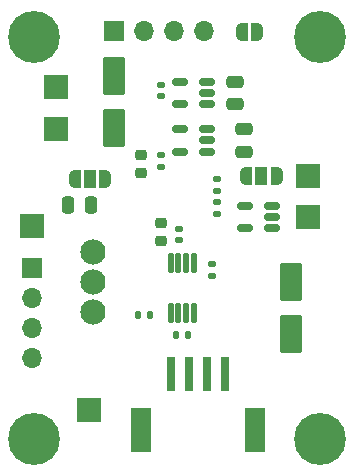
<source format=gbr>
%TF.GenerationSoftware,KiCad,Pcbnew,8.0.7*%
%TF.CreationDate,2025-03-30T15:33:26+02:00*%
%TF.ProjectId,StrainGauge,53747261-696e-4476-9175-67652e6b6963,rev?*%
%TF.SameCoordinates,Original*%
%TF.FileFunction,Soldermask,Top*%
%TF.FilePolarity,Negative*%
%FSLAX46Y46*%
G04 Gerber Fmt 4.6, Leading zero omitted, Abs format (unit mm)*
G04 Created by KiCad (PCBNEW 8.0.7) date 2025-03-30 15:33:26*
%MOMM*%
%LPD*%
G01*
G04 APERTURE LIST*
G04 Aperture macros list*
%AMRoundRect*
0 Rectangle with rounded corners*
0 $1 Rounding radius*
0 $2 $3 $4 $5 $6 $7 $8 $9 X,Y pos of 4 corners*
0 Add a 4 corners polygon primitive as box body*
4,1,4,$2,$3,$4,$5,$6,$7,$8,$9,$2,$3,0*
0 Add four circle primitives for the rounded corners*
1,1,$1+$1,$2,$3*
1,1,$1+$1,$4,$5*
1,1,$1+$1,$6,$7*
1,1,$1+$1,$8,$9*
0 Add four rect primitives between the rounded corners*
20,1,$1+$1,$2,$3,$4,$5,0*
20,1,$1+$1,$4,$5,$6,$7,0*
20,1,$1+$1,$6,$7,$8,$9,0*
20,1,$1+$1,$8,$9,$2,$3,0*%
%AMFreePoly0*
4,1,19,0.500000,-0.750000,0.000000,-0.750000,0.000000,-0.744911,-0.071157,-0.744911,-0.207708,-0.704816,-0.327430,-0.627875,-0.420627,-0.520320,-0.479746,-0.390866,-0.500000,-0.250000,-0.500000,0.250000,-0.479746,0.390866,-0.420627,0.520320,-0.327430,0.627875,-0.207708,0.704816,-0.071157,0.744911,0.000000,0.744911,0.000000,0.750000,0.500000,0.750000,0.500000,-0.750000,0.500000,-0.750000,
$1*%
%AMFreePoly1*
4,1,19,0.000000,0.744911,0.071157,0.744911,0.207708,0.704816,0.327430,0.627875,0.420627,0.520320,0.479746,0.390866,0.500000,0.250000,0.500000,-0.250000,0.479746,-0.390866,0.420627,-0.520320,0.327430,-0.627875,0.207708,-0.704816,0.071157,-0.744911,0.000000,-0.744911,0.000000,-0.750000,-0.500000,-0.750000,-0.500000,0.750000,0.000000,0.750000,0.000000,0.744911,0.000000,0.744911,
$1*%
%AMFreePoly2*
4,1,19,0.550000,-0.750000,0.000000,-0.750000,0.000000,-0.744911,-0.071157,-0.744911,-0.207708,-0.704816,-0.327430,-0.627875,-0.420627,-0.520320,-0.479746,-0.390866,-0.500000,-0.250000,-0.500000,0.250000,-0.479746,0.390866,-0.420627,0.520320,-0.327430,0.627875,-0.207708,0.704816,-0.071157,0.744911,0.000000,0.744911,0.000000,0.750000,0.550000,0.750000,0.550000,-0.750000,0.550000,-0.750000,
$1*%
%AMFreePoly3*
4,1,19,0.000000,0.744911,0.071157,0.744911,0.207708,0.704816,0.327430,0.627875,0.420627,0.520320,0.479746,0.390866,0.500000,0.250000,0.500000,-0.250000,0.479746,-0.390866,0.420627,-0.520320,0.327430,-0.627875,0.207708,-0.704816,0.071157,-0.744911,0.000000,-0.744911,0.000000,-0.750000,-0.550000,-0.750000,-0.550000,0.750000,0.000000,0.750000,0.000000,0.744911,0.000000,0.744911,
$1*%
G04 Aperture macros list end*
%ADD10RoundRect,0.140000X-0.170000X0.140000X-0.170000X-0.140000X0.170000X-0.140000X0.170000X0.140000X0*%
%ADD11R,2.000000X2.000000*%
%ADD12R,0.800000X2.900000*%
%ADD13R,1.800000X3.800000*%
%ADD14C,0.700000*%
%ADD15C,4.400000*%
%ADD16RoundRect,0.135000X0.135000X0.185000X-0.135000X0.185000X-0.135000X-0.185000X0.135000X-0.185000X0*%
%ADD17R,1.700000X1.700000*%
%ADD18O,1.700000X1.700000*%
%ADD19RoundRect,0.150000X0.512500X0.150000X-0.512500X0.150000X-0.512500X-0.150000X0.512500X-0.150000X0*%
%ADD20FreePoly0,0.000000*%
%ADD21FreePoly1,0.000000*%
%ADD22RoundRect,0.125000X0.125000X-0.687500X0.125000X0.687500X-0.125000X0.687500X-0.125000X-0.687500X0*%
%ADD23C,2.133600*%
%ADD24RoundRect,0.135000X-0.185000X0.135000X-0.185000X-0.135000X0.185000X-0.135000X0.185000X0.135000X0*%
%ADD25FreePoly2,180.000000*%
%ADD26R,1.000000X1.500000*%
%ADD27FreePoly3,180.000000*%
%ADD28RoundRect,0.102000X0.800000X-1.500000X0.800000X1.500000X-0.800000X1.500000X-0.800000X-1.500000X0*%
%ADD29RoundRect,0.140000X0.170000X-0.140000X0.170000X0.140000X-0.170000X0.140000X-0.170000X-0.140000X0*%
%ADD30RoundRect,0.140000X0.140000X0.170000X-0.140000X0.170000X-0.140000X-0.170000X0.140000X-0.170000X0*%
%ADD31RoundRect,0.250000X0.250000X0.475000X-0.250000X0.475000X-0.250000X-0.475000X0.250000X-0.475000X0*%
%ADD32RoundRect,0.250000X-0.475000X0.250000X-0.475000X-0.250000X0.475000X-0.250000X0.475000X0.250000X0*%
%ADD33RoundRect,0.225000X0.250000X-0.225000X0.250000X0.225000X-0.250000X0.225000X-0.250000X-0.225000X0*%
%ADD34RoundRect,0.250000X0.475000X-0.250000X0.475000X0.250000X-0.475000X0.250000X-0.475000X-0.250000X0*%
%ADD35RoundRect,0.225000X-0.250000X0.225000X-0.250000X-0.225000X0.250000X-0.225000X0.250000X0.225000X0*%
G04 APERTURE END LIST*
D10*
%TO.C,C8*%
X146000000Y-114250000D03*
X146000000Y-115210000D03*
%TD*%
D11*
%TO.C,TP3*%
X132800000Y-102800000D03*
%TD*%
%TO.C,TP2*%
X135600000Y-126600000D03*
%TD*%
D12*
%TO.C,J2*%
X142600000Y-123550000D03*
X144100000Y-123550000D03*
X145600000Y-123550000D03*
X147100000Y-123550000D03*
D13*
X140000000Y-128250000D03*
X149700000Y-128250000D03*
%TD*%
D14*
%TO.C,H3*%
X153516726Y-129000000D03*
X154000000Y-127833274D03*
X154000000Y-130166726D03*
X155166726Y-127350000D03*
D15*
X155166726Y-129000000D03*
D14*
X155166726Y-130650000D03*
X156333452Y-127833274D03*
X156333452Y-130166726D03*
X156816726Y-129000000D03*
%TD*%
D16*
%TO.C,R1*%
X140759999Y-118500000D03*
X139740001Y-118500000D03*
%TD*%
D17*
%TO.C,J3*%
X130825000Y-114580000D03*
D18*
X130825000Y-117120000D03*
X130825000Y-119660000D03*
X130825000Y-122200000D03*
%TD*%
D19*
%TO.C,U2*%
X145637500Y-100699999D03*
X145637500Y-99750000D03*
X145637500Y-98800001D03*
X143362500Y-98800001D03*
X143362500Y-100699999D03*
%TD*%
D10*
%TO.C,C10*%
X141750000Y-105000000D03*
X141750000Y-105960000D03*
%TD*%
D14*
%TO.C,H1*%
X129350000Y-95000000D03*
X129833274Y-93833274D03*
X129833274Y-96166726D03*
X131000000Y-93350000D03*
D15*
X131000000Y-95000000D03*
D14*
X131000000Y-96650000D03*
X132166726Y-93833274D03*
X132166726Y-96166726D03*
X132650000Y-95000000D03*
%TD*%
D20*
%TO.C,JP3*%
X148550000Y-94600000D03*
D21*
X149850000Y-94600000D03*
%TD*%
D11*
%TO.C,TP5*%
X154200000Y-110200000D03*
%TD*%
D22*
%TO.C,U1*%
X142525000Y-118362500D03*
X143175000Y-118362500D03*
X143825000Y-118362500D03*
X144475000Y-118362500D03*
X144475000Y-114137500D03*
X143825000Y-114137500D03*
X143175000Y-114137500D03*
X142525000Y-114137500D03*
%TD*%
D23*
%TO.C,RV1*%
X136000000Y-118290000D03*
X136000000Y-115750000D03*
X136000000Y-113210001D03*
%TD*%
D24*
%TO.C,R2*%
X146500000Y-106990001D03*
X146500000Y-108009999D03*
%TD*%
D25*
%TO.C,JP1*%
X151500000Y-106800000D03*
D26*
X150200000Y-106800000D03*
D27*
X148900000Y-106800000D03*
%TD*%
D11*
%TO.C,TP1*%
X132800000Y-99200000D03*
%TD*%
D28*
%TO.C,C6*%
X152750000Y-115750000D03*
X152750000Y-120150000D03*
%TD*%
D29*
%TO.C,C5*%
X143250000Y-112210000D03*
X143250000Y-111250000D03*
%TD*%
D30*
%TO.C,C7*%
X143980000Y-120250000D03*
X143020000Y-120250000D03*
%TD*%
D31*
%TO.C,C11*%
X135750000Y-109250000D03*
X133850002Y-109250000D03*
%TD*%
D14*
%TO.C,H4*%
X129350000Y-129000000D03*
X129833274Y-127833274D03*
X129833274Y-130166726D03*
X131000000Y-127350000D03*
D15*
X131000000Y-129000000D03*
D14*
X131000000Y-130650000D03*
X132166726Y-127833274D03*
X132166726Y-130166726D03*
X132650000Y-129000000D03*
%TD*%
D11*
%TO.C,TP6*%
X130800000Y-111000000D03*
%TD*%
D19*
%TO.C,U3*%
X145637500Y-104699999D03*
X145637500Y-103750000D03*
X145637500Y-102800001D03*
X143362500Y-102800001D03*
X143362500Y-104699999D03*
%TD*%
%TO.C,U4*%
X151137500Y-111199999D03*
X151137500Y-110250000D03*
X151137500Y-109300001D03*
X148862500Y-109300001D03*
X148862500Y-111199999D03*
%TD*%
D32*
%TO.C,C3*%
X148750000Y-102800001D03*
X148750000Y-104699999D03*
%TD*%
D28*
%TO.C,C1*%
X137750000Y-98300000D03*
X137750000Y-102700000D03*
%TD*%
D11*
%TO.C,TP4*%
X154200000Y-106800000D03*
%TD*%
D24*
%TO.C,R3*%
X146500000Y-108990001D03*
X146500000Y-110009999D03*
%TD*%
D33*
%TO.C,C4*%
X141750000Y-112275000D03*
X141750000Y-110725000D03*
%TD*%
D25*
%TO.C,JP2*%
X137000000Y-107000000D03*
D26*
X135700000Y-107000000D03*
D27*
X134400000Y-107000000D03*
%TD*%
D34*
%TO.C,C2*%
X148000000Y-100699999D03*
X148000000Y-98800001D03*
%TD*%
D35*
%TO.C,C9*%
X140000000Y-104975000D03*
X140000000Y-106525000D03*
%TD*%
D10*
%TO.C,C12*%
X141750000Y-99020000D03*
X141750000Y-99980000D03*
%TD*%
D14*
%TO.C,H2*%
X153516726Y-95000000D03*
X154000000Y-93833274D03*
X154000000Y-96166726D03*
X155166726Y-93350000D03*
D15*
X155166726Y-95000000D03*
D14*
X155166726Y-96650000D03*
X156333452Y-93833274D03*
X156333452Y-96166726D03*
X156816726Y-95000000D03*
%TD*%
D17*
%TO.C,J1*%
X137700000Y-94500000D03*
D18*
X140240000Y-94500000D03*
X142779999Y-94500000D03*
X145320000Y-94500000D03*
%TD*%
M02*

</source>
